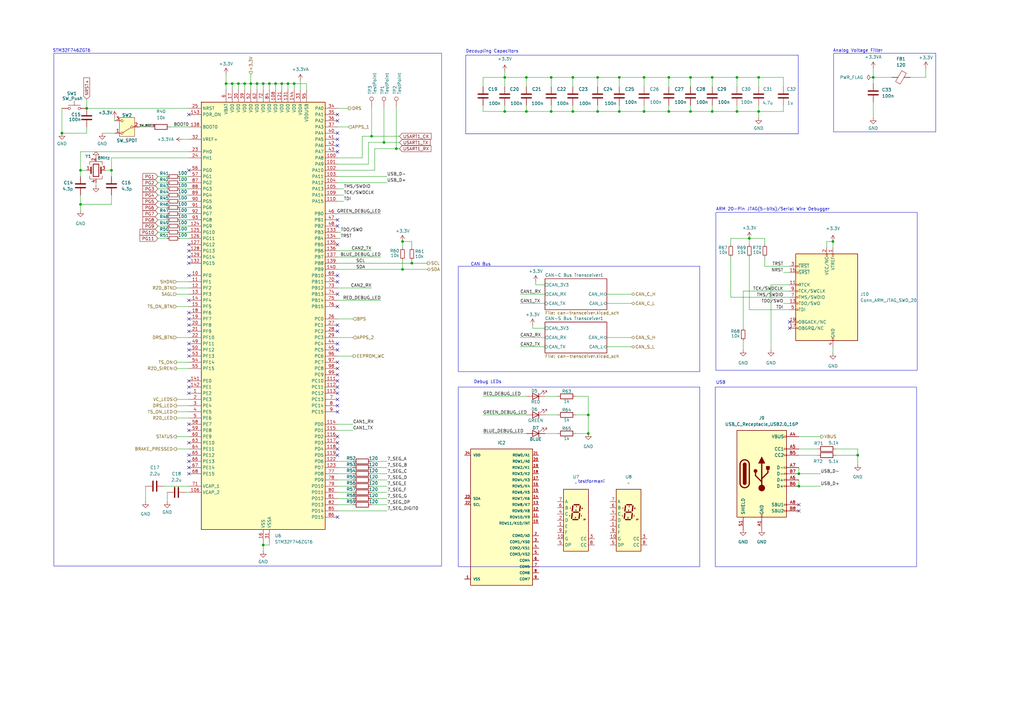
<source format=kicad_sch>
(kicad_sch (version 20250114) (generator "eeschema") (generator_version "9.0")
  (paper "A3")
  (title_block (title "VCU") (date "2023-11-28") (rev "1.3.0") (company "SUFST") (comment 1 "STAG X") (comment 2 "Richard Karlson"))
  (rectangle (start 22.098 21.844) (end 181.102 232.156))
  (rectangle (start 341.884 21.844) (end 383.794 54.102))
  (rectangle (start 293.624 87.122) (end 376.174 151.892))
  (rectangle (start 187.96 158.75) (end 287.02 232.41))
  (rectangle (start 191.008 22.606) (end 327.406 54.864))
  (rectangle (start 293.37 158.75) (end 375.92 232.41))
  (text "Analog Voltage Filter" (at 341.63 21.59 0) (effects (font (size 1.27 1.27)) (justify left bottom)))
  (text "Debug LEDs" (at 194.31 157.48 0) (effects (font (size 1.27 1.27)) (justify left bottom)))
  (text "Decoupling Capacitors" (at 191.008 21.844 0) (effects (font (size 1.27 1.27)) (justify left bottom)))
  (text "testformani" (at 242.57 197.612 0) (effects (font (size 1.27 1.27))))
  (text "USB" (at 293.624 157.734 0) (effects (font (size 1.27 1.27)) (justify left bottom)))
  (text "CAN Bus" (at 193.04 109.22 0) (effects (font (size 1.27 1.27)) (justify left bottom)))
  (text "ARM 20-Pin JTAG(5-bits)/Serial Wire Debugger" (at 293.624 86.614 0) (effects (font (size 1.27 1.27)) (justify left bottom)))
  (text "STM32F746ZGT6" (at 21.59 21.59 0) (effects (font (size 1.27 1.27)) (justify left bottom)))
  (junction (at 113.03 34.29))
  (junction (at 226.06 45.72))
  (junction (at 302.26 31.75))
  (junction (at 207.01 31.75))
  (junction (at 327.66 194.31))
  (junction (at 241.3 177.8))
  (junction (at 307.34 97.79))
  (junction (at 107.95 223.52))
  (junction (at 115.57 34.29))
  (junction (at 215.9 45.72))
  (junction (at 110.49 34.29))
  (junction (at 254 45.72))
  (junction (at 157.48 58.42))
  (junction (at 165.1 110.49))
  (junction (at 234.95 31.75))
  (junction (at 97.79 34.29))
  (junction (at 292.1 31.75))
  (junction (at 120.65 34.29))
  (junction (at 292.1 45.72))
  (junction (at 302.26 45.72))
  (junction (at 25.4 54.61))
  (junction (at 351.79 186.69))
  (junction (at 234.95 45.72))
  (junction (at 341.63 99.06))
  (junction (at 358.14 31.75))
  (junction (at 107.95 34.29))
  (junction (at 102.87 34.29))
  (junction (at 95.25 34.29))
  (junction (at 311.15 45.72))
  (junction (at 92.71 34.29))
  (junction (at 33.02 83.82))
  (junction (at 152.4 55.88))
  (junction (at 100.33 34.29))
  (junction (at 245.11 31.75))
  (junction (at 35.56 44.45))
  (junction (at 311.15 31.75))
  (junction (at 245.11 45.72))
  (junction (at 162.56 60.96))
  (junction (at 254 31.75))
  (junction (at 283.21 31.75))
  (junction (at 168.91 107.95))
  (junction (at 215.9 31.75))
  (junction (at 283.21 45.72))
  (junction (at 264.16 45.72))
  (junction (at 274.32 45.72))
  (junction (at 207.01 45.72))
  (junction (at 33.02 69.85))
  (junction (at 226.06 31.75))
  (junction (at 327.66 199.39))
  (junction (at 165.1 99.06))
  (junction (at 105.41 34.29))
  (junction (at 241.3 170.18))
  (junction (at 45.72 69.85))
  (junction (at 118.11 34.29))
  (junction (at 264.16 31.75))
  (junction (at 274.32 31.75))
  (no_connect (at 77.47 107.95))
  (no_connect (at 138.43 143.51))
  (no_connect (at 138.43 158.75))
  (no_connect (at 327.66 207.01))
  (no_connect (at 77.47 143.51))
  (no_connect (at 138.43 49.53))
  (no_connect (at 77.47 161.29))
  (no_connect (at 77.47 194.31))
  (no_connect (at 77.47 46.99))
  (no_connect (at 77.47 186.69))
  (no_connect (at 77.47 100.33))
  (no_connect (at 138.43 153.67))
  (no_connect (at 77.47 156.21))
  (no_connect (at 138.43 151.13))
  (no_connect (at 323.85 132.08))
  (no_connect (at 138.43 54.61))
  (no_connect (at 138.43 163.83))
  (no_connect (at 77.47 158.75))
  (no_connect (at 77.47 123.19))
  (no_connect (at 77.47 130.81))
  (no_connect (at 138.43 115.57))
  (no_connect (at 138.43 135.89))
  (no_connect (at 138.43 46.99))
  (no_connect (at 138.43 125.73))
  (no_connect (at 138.43 184.15))
  (no_connect (at 138.43 166.37))
  (no_connect (at 77.47 105.41))
  (no_connect (at 138.43 100.33))
  (no_connect (at 77.47 140.97))
  (no_connect (at 138.43 140.97))
  (no_connect (at 77.47 191.77))
  (no_connect (at 77.47 146.05))
  (no_connect (at 138.43 148.59))
  (no_connect (at 138.43 156.21))
  (no_connect (at 138.43 186.69))
  (no_connect (at 138.43 120.65))
  (no_connect (at 138.43 168.91))
  (no_connect (at 77.47 128.27))
  (no_connect (at 138.43 179.07))
  (no_connect (at 77.47 113.03))
  (no_connect (at 138.43 62.23))
  (no_connect (at 138.43 57.15))
  (no_connect (at 77.47 102.87))
  (no_connect (at 138.43 113.03))
  (no_connect (at 138.43 92.71))
  (no_connect (at 77.47 189.23))
  (no_connect (at 138.43 161.29))
  (no_connect (at 327.66 209.55))
  (no_connect (at 77.47 133.35))
  (no_connect (at 138.43 181.61))
  (no_connect (at 77.47 173.99))
  (no_connect (at 77.47 135.89))
  (no_connect (at 323.85 134.62))
  (no_connect (at 138.43 59.69))
  (no_connect (at 77.47 69.85))
  (no_connect (at 138.43 212.09))
  (no_connect (at 77.47 176.53))
  (no_connect (at 138.43 133.35))
  (no_connect (at 77.47 181.61))
  (no_connect (at 138.43 90.17))
  (wire (pts (xy 73.66 80.01) (xy 77.47 80.01)))
  (wire (pts (xy 302.26 35.56) (xy 302.26 31.75)))
  (wire (pts (xy 254 35.56) (xy 254 31.75)))
  (wire (pts (xy 311.15 43.18) (xy 311.15 45.72)))
  (wire (pts (xy 92.71 34.29) (xy 95.25 34.29)))
  (wire (pts (xy 138.43 102.87) (xy 152.4 102.87)))
  (wire (pts (xy 118.11 36.83) (xy 118.11 34.29)))
  (wire (pts (xy 283.21 45.72) (xy 274.32 45.72)))
  (wire (pts (xy 33.02 83.82) (xy 45.72 83.82)))
  (wire (pts (xy 283.21 43.18) (xy 283.21 45.72)))
  (wire (pts (xy 213.36 120.65) (xy 223.52 120.65)))
  (wire (pts (xy 72.39 184.15) (xy 77.47 184.15)))
  (wire (pts (xy 73.66 87.63) (xy 77.47 87.63)))
  (wire (pts (xy 248.92 138.43) (xy 259.08 138.43)))
  (wire (pts (xy 39.37 76.2) (xy 39.37 74.93)))
  (wire (pts (xy 95.25 34.29) (xy 95.25 36.83)))
  (wire (pts (xy 41.91 54.61) (xy 46.99 54.61)))
  (wire (pts (xy 213.36 124.46) (xy 223.52 124.46)))
  (wire (pts (xy 138.43 110.49) (xy 165.1 110.49)))
  (wire (pts (xy 264.16 43.18) (xy 264.16 45.72)))
  (polyline (pts (xy 187.96 109.22) (xy 287.02 109.22)))
  (wire (pts (xy 245.11 35.56) (xy 245.11 31.75)))
  (wire (pts (xy 339.09 99.06) (xy 341.63 99.06)))
  (wire (pts (xy 327.66 196.85) (xy 327.66 199.39)))
  (wire (pts (xy 64.77 74.93) (xy 68.58 74.93)))
  (wire (pts (xy 327.66 199.39) (xy 336.55 199.39)))
  (wire (pts (xy 302.26 31.75) (xy 292.1 31.75)))
  (wire (pts (xy 110.49 34.29) (xy 107.95 34.29)))
  (wire (pts (xy 120.65 34.29) (xy 118.11 34.29)))
  (wire (pts (xy 207.01 43.18) (xy 207.01 45.72)))
  (wire (pts (xy 299.72 105.41) (xy 299.72 121.92)))
  (wire (pts (xy 72.39 168.91) (xy 77.47 168.91)))
  (wire (pts (xy 226.06 35.56) (xy 226.06 31.75)))
  (wire (pts (xy 69.85 52.07) (xy 77.47 52.07)))
  (wire (pts (xy 241.3 162.56) (xy 241.3 170.18)))
  (wire (pts (xy 138.43 189.23) (xy 144.78 189.23)))
  (wire (pts (xy 373.38 31.75) (xy 379.73 31.75)))
  (wire (pts (xy 218.44 133.35) (xy 218.44 134.62)))
  (wire (pts (xy 97.79 34.29) (xy 95.25 34.29)))
  (wire (pts (xy 105.41 36.83) (xy 105.41 34.29)))
  (wire (pts (xy 264.16 31.75) (xy 264.16 35.56)))
  (wire (pts (xy 236.22 162.56) (xy 241.3 162.56)))
  (wire (pts (xy 223.52 177.8) (xy 228.6 177.8)))
  (wire (pts (xy 358.14 31.75) (xy 358.14 34.29)))
  (wire (pts (xy 157.48 43.815) (xy 157.48 58.42)))
  (wire (pts (xy 302.26 31.75) (xy 311.15 31.75)))
  (wire (pts (xy 323.85 121.92) (xy 299.72 121.92)))
  (wire (pts (xy 236.22 177.8) (xy 241.3 177.8)))
  (wire (pts (xy 33.02 69.85) (xy 35.56 69.85)))
  (wire (pts (xy 254 43.18) (xy 254 45.72)))
  (wire (pts (xy 138.43 199.39) (xy 144.78 199.39)))
  (wire (pts (xy 64.77 77.47) (xy 68.58 77.47)))
  (wire (pts (xy 92.71 30.48) (xy 92.71 34.29)))
  (wire (pts (xy 165.1 99.06) (xy 168.91 99.06)))
  (wire (pts (xy 64.77 97.79) (xy 68.58 97.79)))
  (wire (pts (xy 321.31 111.76) (xy 323.85 111.76)))
  (wire (pts (xy 152.4 204.47) (xy 158.75 204.47)))
  (wire (pts (xy 138.43 194.31) (xy 144.78 194.31)))
  (wire (pts (xy 168.91 101.6) (xy 168.91 99.06)))
  (wire (pts (xy 45.72 64.77) (xy 45.72 69.85)))
  (wire (pts (xy 97.79 36.83) (xy 97.79 34.29)))
  (wire (pts (xy 138.43 173.99) (xy 144.78 173.99)))
  (wire (pts (xy 341.63 142.24) (xy 341.63 144.78)))
  (wire (pts (xy 152.4 207.01) (xy 158.75 207.01)))
  (wire (pts (xy 138.43 74.93) (xy 158.75 74.93)))
  (wire (pts (xy 74.93 57.15) (xy 77.47 57.15)))
  (wire (pts (xy 223.52 162.56) (xy 228.6 162.56)))
  (wire (pts (xy 148.59 55.88) (xy 152.4 55.88)))
  (wire (pts (xy 302.26 43.18) (xy 302.26 45.72)))
  (wire (pts (xy 152.4 43.815) (xy 152.4 55.88)))
  (wire (pts (xy 311.15 45.72) (xy 302.26 45.72)))
  (wire (pts (xy 73.66 90.17) (xy 77.47 90.17)))
  (wire (pts (xy 264.16 31.75) (xy 254 31.75)))
  (wire (pts (xy 223.52 116.84) (xy 219.71 116.84)))
  (wire (pts (xy 64.77 80.01) (xy 68.58 80.01)))
  (wire (pts (xy 64.77 85.09) (xy 68.58 85.09)))
  (wire (pts (xy 115.57 34.29) (xy 113.03 34.29)))
  (wire (pts (xy 327.66 184.15) (xy 335.28 184.15)))
  (wire (pts (xy 25.4 44.45) (xy 25.4 54.61)))
  (wire (pts (xy 35.56 52.07) (xy 35.56 54.61)))
  (wire (pts (xy 321.31 35.56) (xy 321.31 31.75)))
  (wire (pts (xy 73.66 74.93) (xy 77.47 74.93)))
  (wire (pts (xy 299.72 100.33) (xy 299.72 97.79)))
  (wire (pts (xy 274.32 31.75) (xy 283.21 31.75)))
  (wire (pts (xy 156.21 105.41) (xy 138.43 105.41)))
  (wire (pts (xy 72.39 120.65) (xy 77.47 120.65)))
  (wire (pts (xy 100.33 36.83) (xy 100.33 34.29)))
  (wire (pts (xy 64.77 87.63) (xy 68.58 87.63)))
  (wire (pts (xy 223.52 170.18) (xy 228.6 170.18)))
  (wire (pts (xy 68.58 201.93) (xy 68.58 205.74)))
  (wire (pts (xy 73.66 97.79) (xy 77.47 97.79)))
  (wire (pts (xy 102.87 34.29) (xy 102.87 36.83)))
  (wire (pts (xy 156.21 123.19) (xy 138.43 123.19)))
  (wire (pts (xy 138.43 77.47) (xy 140.97 77.47)))
  (wire (pts (xy 138.43 97.79) (xy 139.7 97.79)))
  (wire (pts (xy 321.31 31.75) (xy 311.15 31.75)))
  (wire (pts (xy 64.77 72.39) (xy 68.58 72.39)))
  (wire (pts (xy 72.39 166.37) (xy 77.47 166.37)))
  (wire (pts (xy 102.87 30.48) (xy 102.87 34.29)))
  (wire (pts (xy 102.87 34.29) (xy 100.33 34.29)))
  (wire (pts (xy 35.56 44.45) (xy 77.47 44.45)))
  (wire (pts (xy 274.32 43.18) (xy 274.32 45.72)))
  (wire (pts (xy 64.77 82.55) (xy 68.58 82.55)))
  (wire (pts (xy 72.39 125.73) (xy 77.47 125.73)))
  (wire (pts (xy 342.9 186.69) (xy 351.79 186.69)))
  (wire (pts (xy 313.69 105.41) (xy 313.69 109.22)))
  (wire (pts (xy 67.31 199.39) (xy 77.47 199.39)))
  (wire (pts (xy 64.77 92.71) (xy 68.58 92.71)))
  (wire (pts (xy 33.02 62.23) (xy 33.02 69.85)))
  (wire (pts (xy 226.06 31.75) (xy 215.9 31.75)))
  (wire (pts (xy 283.21 31.75) (xy 292.1 31.75)))
  (wire (pts (xy 107.95 36.83) (xy 107.95 34.29)))
  (wire (pts (xy 152.4 194.31) (xy 158.75 194.31)))
  (wire (pts (xy 292.1 35.56) (xy 292.1 31.75)))
  (wire (pts (xy 358.14 27.94) (xy 358.14 31.75)))
  (wire (pts (xy 207.01 29.21) (xy 207.01 31.75)))
  (wire (pts (xy 92.71 36.83) (xy 92.71 34.29)))
  (wire (pts (xy 311.15 35.56) (xy 311.15 31.75)))
  (wire (pts (xy 151.13 58.42) (xy 151.13 67.31)))
  (wire (pts (xy 241.3 170.18) (xy 241.3 177.8)))
  (wire (pts (xy 138.43 176.53) (xy 144.78 176.53)))
  (wire (pts (xy 107.95 222.25) (xy 107.95 223.52)))
  (wire (pts (xy 110.49 223.52) (xy 107.95 223.52)))
  (wire (pts (xy 125.73 34.29) (xy 120.65 34.29)))
  (wire (pts (xy 274.32 31.75) (xy 264.16 31.75)))
  (wire (pts (xy 152.4 189.23) (xy 158.75 189.23)))
  (wire (pts (xy 72.39 118.11) (xy 77.47 118.11)))
  (wire (pts (xy 72.39 179.07) (xy 77.47 179.07)))
  (wire (pts (xy 323.85 116.84) (xy 316.23 116.84)))
  (wire (pts (xy 43.18 69.85) (xy 45.72 69.85)))
  (wire (pts (xy 138.43 201.93) (xy 144.78 201.93)))
  (wire (pts (xy 72.39 115.57) (xy 77.47 115.57)))
  (wire (pts (xy 342.9 184.15) (xy 351.79 184.15)))
  (wire (pts (xy 292.1 43.18) (xy 292.1 45.72)))
  (wire (pts (xy 234.95 31.75) (xy 226.06 31.75)))
  (wire (pts (xy 110.49 36.83) (xy 110.49 34.29)))
  (wire (pts (xy 283.21 35.56) (xy 283.21 31.75)))
  (wire (pts (xy 138.43 207.01) (xy 144.78 207.01)))
  (wire (pts (xy 105.41 34.29) (xy 102.87 34.29)))
  (wire (pts (xy 125.73 36.83) (xy 125.73 34.29)))
  (wire (pts (xy 72.39 151.13) (xy 77.47 151.13)))
  (wire (pts (xy 274.32 35.56) (xy 274.32 31.75)))
  (wire (pts (xy 152.4 199.39) (xy 158.75 199.39)))
  (polyline (pts (xy 187.96 152.4) (xy 187.96 109.22)))
  (wire (pts (xy 234.95 35.56) (xy 234.95 31.75)))
  (wire (pts (xy 72.39 148.59) (xy 77.47 148.59)))
  (wire (pts (xy 72.39 171.45) (xy 77.47 171.45)))
  (wire (pts (xy 118.11 34.29) (xy 115.57 34.29)))
  (wire (pts (xy 245.11 43.18) (xy 245.11 45.72)))
  (wire (pts (xy 64.77 90.17) (xy 68.58 90.17)))
  (wire (pts (xy 59.69 199.39) (xy 59.69 205.74)))
  (wire (pts (xy 379.73 27.94) (xy 379.73 31.75)))
  (wire (pts (xy 321.31 45.72) (xy 311.15 45.72)))
  (wire (pts (xy 264.16 45.72) (xy 254 45.72)))
  (wire (pts (xy 73.66 82.55) (xy 77.47 82.55)))
  (wire (pts (xy 341.63 99.06) (xy 341.63 101.6)))
  (wire (pts (xy 226.06 45.72) (xy 215.9 45.72)))
  (wire (pts (xy 207.01 45.72) (xy 215.9 45.72)))
  (wire (pts (xy 321.31 124.46) (xy 323.85 124.46)))
  (wire (pts (xy 245.11 31.75) (xy 254 31.75)))
  (wire (pts (xy 138.43 82.55) (xy 140.97 82.55)))
  (wire (pts (xy 64.77 95.25) (xy 68.58 95.25)))
  (wire (pts (xy 73.66 72.39) (xy 77.47 72.39)))
  (wire (pts (xy 321.31 43.18) (xy 321.31 45.72)))
  (wire (pts (xy 35.56 40.64) (xy 35.56 44.45)))
  (wire (pts (xy 168.91 106.68) (xy 168.91 107.95)))
  (wire (pts (xy 138.43 80.01) (xy 140.97 80.01)))
  (wire (pts (xy 107.95 223.52) (xy 107.95 226.06)))
  (wire (pts (xy 236.22 170.18) (xy 241.3 170.18)))
  (wire (pts (xy 207.01 35.56) (xy 207.01 31.75)))
  (wire (pts (xy 138.43 138.43) (xy 144.78 138.43)))
  (wire (pts (xy 73.66 77.47) (xy 77.47 77.47)))
  (wire (pts (xy 207.01 31.75) (xy 215.9 31.75)))
  (wire (pts (xy 73.66 85.09) (xy 77.47 85.09)))
  (wire (pts (xy 245.11 31.75) (xy 234.95 31.75)))
  (wire (pts (xy 45.72 64.77) (xy 77.47 64.77)))
  (wire (pts (xy 138.43 95.25) (xy 139.7 95.25)))
  (wire (pts (xy 138.43 204.47) (xy 144.78 204.47)))
  (wire (pts (xy 198.12 162.56) (xy 215.9 162.56)))
  (wire (pts (xy 304.8 139.7) (xy 304.8 143.51)))
  (wire (pts (xy 107.95 34.29) (xy 105.41 34.29)))
  (wire (pts (xy 335.28 186.69) (xy 327.66 186.69)))
  (wire (pts (xy 123.19 33.02) (xy 123.19 36.83)))
  (wire (pts (xy 151.13 67.31) (xy 138.43 67.31)))
  (wire (pts (xy 254 45.72) (xy 245.11 45.72)))
  (wire (pts (xy 313.69 97.79) (xy 307.34 97.79)))
  (wire (pts (xy 138.43 52.07) (xy 142.875 52.07)))
  (wire (pts (xy 162.56 60.96) (xy 163.83 60.96)))
  (wire (pts (xy 165.1 106.68) (xy 165.1 110.49)))
  (wire (pts (xy 100.33 34.29) (xy 97.79 34.29)))
  (wire (pts (xy 327.66 194.31) (xy 336.55 194.31)))
  (wire (pts (xy 138.43 118.11) (xy 152.4 118.11)))
  (wire (pts (xy 115.57 36.83) (xy 115.57 34.29)))
  (wire (pts (xy 113.03 36.83) (xy 113.03 34.29)))
  (wire (pts (xy 113.03 34.29) (xy 110.49 34.29)))
  (wire (pts (xy 138.43 44.45) (xy 142.875 44.45)))
  (wire (pts (xy 73.66 92.71) (xy 77.47 92.71)))
  (wire (pts (xy 311.15 45.72) (xy 311.15 48.26)))
  (wire (pts (xy 215.9 43.18) (xy 215.9 45.72)))
  (wire (pts (xy 33.02 83.82) (xy 33.02 86.36)))
  (polyline (pts (xy 287.02 109.22) (xy 287.02 152.4)))
  (wire (pts (xy 198.12 43.18) (xy 198.12 45.72)))
  (wire (pts (xy 307.34 127) (xy 323.85 127)))
  (wire (pts (xy 162.56 43.815) (xy 162.56 60.96)))
  (wire (pts (xy 76.2 201.93) (xy 77.47 201.93)))
  (wire (pts (xy 157.48 58.42) (xy 163.83 58.42)))
  (wire (pts (xy 138.43 146.05) (xy 144.78 146.05)))
  (wire (pts (xy 33.02 69.85) (xy 33.02 72.39)))
  (wire (pts (xy 46.99 48.26) (xy 46.99 49.53)))
  (wire (pts (xy 351.79 186.69) (xy 351.79 190.5)))
  (wire (pts (xy 72.39 138.43) (xy 77.47 138.43)))
  (wire (pts (xy 307.34 97.79) (xy 307.34 100.33)))
  (wire (pts (xy 45.72 83.82) (xy 45.72 80.01)))
  (wire (pts (xy 138.43 87.63) (xy 156.21 87.63)))
  (wire (pts (xy 213.36 142.24) (xy 223.52 142.24)))
  (wire (pts (xy 138.43 64.77) (xy 148.59 64.77)))
  (wire (pts (xy 153.67 60.96) (xy 153.67 69.85)))
  (wire (pts (xy 138.43 72.39) (xy 158.75 72.39)))
  (wire (pts (xy 198.12 31.75) (xy 207.01 31.75)))
  (wire (pts (xy 138.43 107.95) (xy 168.91 107.95)))
  (wire (pts (xy 299.72 97.79) (xy 307.34 97.79)))
  (wire (pts (xy 158.75 209.55) (xy 138.43 209.55)))
  (wire (pts (xy 57.15 52.07) (xy 62.23 52.07)))
  (wire (pts (xy 198.12 177.8) (xy 215.9 177.8)))
  (wire (pts (xy 226.06 43.18) (xy 226.06 45.72)))
  (wire (pts (xy 316.23 116.84) (xy 316.23 143.51)))
  (wire (pts (xy 327.66 179.07) (xy 336.55 179.07)))
  (wire (pts (xy 25.4 54.61) (xy 35.56 54.61)))
  (wire (pts (xy 234.95 45.72) (xy 226.06 45.72)))
  (wire (pts (xy 248.92 142.24) (xy 259.08 142.24)))
  (wire (pts (xy 274.32 45.72) (xy 264.16 45.72)))
  (wire (pts (xy 73.66 95.25) (xy 77.47 95.25)))
  (wire (pts (xy 45.72 69.85) (xy 45.72 72.39)))
  (wire (pts (xy 152.4 55.88) (xy 163.83 55.88)))
  (wire (pts (xy 323.85 119.38) (xy 304.8 119.38)))
  (wire (pts (xy 138.43 191.77) (xy 144.78 191.77)))
  (wire (pts (xy 198.12 35.56) (xy 198.12 31.75)))
  (wire (pts (xy 138.43 130.81) (xy 144.78 130.81)))
  (wire (pts (xy 152.4 201.93) (xy 158.75 201.93)))
  (wire (pts (xy 198.12 45.72) (xy 207.01 45.72)))
  (wire (pts (xy 152.4 196.85) (xy 158.75 196.85)))
  (wire (pts (xy 358.14 31.75) (xy 365.76 31.75)))
  (wire (pts (xy 358.14 41.91) (xy 358.14 48.26)))
  (wire (pts (xy 151.13 58.42) (xy 157.48 58.42)))
  (wire (pts (xy 313.69 109.22) (xy 323.85 109.22)))
  (polyline (pts (xy 287.02 152.4) (xy 187.96 152.4)))
  (wire (pts (xy 165.1 101.6) (xy 165.1 99.06)))
  (wire (pts (xy 33.02 62.23) (xy 77.47 62.23)))
  (wire (pts (xy 148.59 64.77) (xy 148.59 55.88)))
  (wire (pts (xy 213.36 138.43) (xy 223.52 138.43)))
  (wire (pts (xy 215.9 31.75) (xy 215.9 35.56)))
  (wire (pts (xy 153.67 60.96) (xy 162.56 60.96)))
  (wire (pts (xy 110.49 222.25) (xy 110.49 223.52)))
  (wire (pts (xy 304.8 119.38) (xy 304.8 134.62)))
  (wire (pts (xy 292.1 45.72) (xy 283.21 45.72)))
  (wire (pts (xy 72.39 163.83) (xy 77.47 163.83)))
  (wire (pts (xy 302.26 45.72) (xy 292.1 45.72)))
  (wire (pts (xy 198.12 170.18) (xy 215.9 170.18)))
  (wire (pts (xy 234.95 43.18) (xy 234.95 45.72)))
  (wire (pts (xy 165.1 110.49) (xy 175.26 110.49)))
  (wire (pts (xy 168.91 107.95) (xy 175.26 107.95)))
  (wire (pts (xy 313.69 100.33) (xy 313.69 97.79)))
  (wire (pts (xy 327.66 191.77) (xy 327.66 194.31)))
  (wire (pts (xy 248.92 124.46) (xy 259.08 124.46)))
  (wire (pts (xy 138.43 196.85) (xy 144.78 196.85)))
  (wire (pts (xy 152.4 191.77) (xy 158.75 191.77)))
  (wire (pts (xy 248.92 120.65) (xy 259.08 120.65)))
  (wire (pts (xy 153.67 69.85) (xy 138.43 69.85)))
  (wire (pts (xy 219.71 115.57) (xy 219.71 116.84)))
  (wire (pts (xy 120.65 36.83) (xy 120.65 34.29)))
  (wire (pts (xy 33.02 80.01) (xy 33.02 83.82)))
  (wire (pts (xy 307.34 105.41) (xy 307.34 127)))
  (wire (pts (xy 223.52 134.62) (xy 218.44 134.62)))
  (wire (pts (xy 339.09 101.6) (xy 339.09 99.06)))
  (wire (pts (xy 351.79 184.15) (xy 351.79 186.69)))
  (wire (pts (xy 245.11 45.72) (xy 234.95 45.72)))
  (label "7_SEG_C" (at 158.75 194.31 0))
  (label "7_SEG_G" (at 158.75 204.47 0))
  (label "7_SEG_DP" (at 158.75 207.01 0))
  (label "TCK{slash}SWDCLK" (at 140.97 80.01 0))
  (label "CAN1_TX" (at 144.78 176.53 0))
  (label "GREEN_DEBUG_LED" (at 198.12 170.18 0))
  (label "NRST" (at 321.31 111.76 180))
  (label "7_SEG_F" (at 158.75 201.93 0))
  (label "TRST" (at 321.31 109.22 180))
  (label "7_SEG_DIGIT0" (at 158.75 209.55 0))
  (label "CAN2_TX" (at 213.36 142.24 0))
  (label "7_SEG_B" (at 158.75 191.77 0))
  (label "TDO{slash}SWO" (at 139.7 95.25 0))
  (label "TDO{slash}SWO" (at 321.31 124.46 180))
  (label "CAN2_TX" (at 152.4 102.87 180))
  (label "USB_D-" (at 158.75 72.39 0))
  (label "TCK{slash}SWDCLK" (at 321.31 119.38 180))
  (label "CAN2_RX" (at 152.4 118.11 180))
  (label "CAN1_RX" (at 144.78 173.99 0))
  (label "CAN2_RX" (at 213.36 138.43 0))
  (label "RED_DEBUG_LED" (at 156.21 123.19 180))
  (label "TMS{slash}SWDIO" (at 140.97 77.47 0))
  (label "CAN1_RX" (at 213.36 120.65 0))
  (label "GREEN_DEBUG_LED" (at 156.21 87.63 180))
  (label "TMS{slash}SWDIO" (at 321.31 121.92 180))
  (label "USB_D+" (at 158.75 74.93 0))
  (label "USB_D-" (at 336.55 194.31 0))
  (label "TDI" (at 140.97 82.55 0))
  (label "TDI" (at 321.31 127 180))
  (label "BOOT0" (at 77.47 52.07 180))
  (label "BLUE_DEBUG_LED" (at 198.12 177.8 0))
  (label "7_SEG_D" (at 158.75 196.85 0))
  (label "7_SEG_A" (at 158.75 189.23 0))
  (label "TRST" (at 139.7 97.79 0))
  (label "SCL" (at 146.05 107.95 0))
  (label "USB_D+" (at 336.55 199.39 0))
  (label "7_SEG_E" (at 158.75 199.39 0))
  (label "RED_DEBUG_LED" (at 198.12 162.56 0))
  (label "BLUE_DEBUG_LED" (at 156.21 105.41 180))
  (label "SW_BOOT0" (at 57.15 52.07 0) (effects (font (size 0.8 0.8))))
  (label "SDA" (at 146.05 110.49 0))
  (label "CAN1_TX" (at 213.36 124.46 0))
  (global_label "PG6" (shape input) (at 64.77 85.09 180) (property "Intersheetrefs" "${INTERSHEET_REFS}" (effects (hide yes))))
  (global_label "USART1_TX" (shape input) (at 163.83 58.42 0) (property "Intersheetrefs" "${INTERSHEET_REFS}" (effects (hide yes))))
  (global_label "PG5" (shape input) (at 64.77 82.55 180) (property "Intersheetrefs" "${INTERSHEET_REFS}" (effects (hide yes))))
  (global_label "PG10" (shape input) (at 64.77 95.25 180) (property "Intersheetrefs" "${INTERSHEET_REFS}" (effects (hide yes))))
  (global_label "PG2" (shape input) (at 64.77 74.93 180) (property "Intersheetrefs" "${INTERSHEET_REFS}" (effects (hide yes))))
  (global_label "PG1" (shape input) (at 64.77 72.39 180) (property "Intersheetrefs" "${INTERSHEET_REFS}" (effects (hide yes))))
  (global_label "PG4" (shape input) (at 64.77 80.01 180) (property "Intersheetrefs" "${INTERSHEET_REFS}" (effects (hide yes))))
  (global_label "PG9" (shape input) (at 64.77 92.71 180) (property "Intersheetrefs" "${INTERSHEET_REFS}" (effects (hide yes))))
  (global_label "NRST+" (shape input) (at 35.56 40.64 90) (property "Intersheetrefs" "${INTERSHEET_REFS}" (effects (hide yes))))
  (global_label "USART1_RX" (shape input) (at 163.83 60.96 0) (property "Intersheetrefs" "${INTERSHEET_REFS}" (effects (hide yes))))
  (global_label "PG3" (shape input) (at 64.77 77.47 180) (property "Intersheetrefs" "${INTERSHEET_REFS}" (effects (hide yes))))
  (global_label "PG8" (shape input) (at 64.77 90.17 180) (property "Intersheetrefs" "${INTERSHEET_REFS}" (effects (hide yes))))
  (global_label "USART1_CK" (shape input) (at 163.83 55.88 0) (property "Intersheetrefs" "${INTERSHEET_REFS}" (effects (hide yes))))
  (global_label "PG7" (shape input) (at 64.77 87.63 180) (property "Intersheetrefs" "${INTERSHEET_REFS}" (effects (hide yes))))
  (global_label "PG11" (shape input) (at 64.77 97.79 180) (property "Intersheetrefs" "${INTERSHEET_REFS}" (effects (hide yes))))
  (hierarchical_label "SHDN" (shape input) (at 72.39 115.57 180))
  (hierarchical_label "SDA" (shape bidirectional) (at 175.26 110.49 0))
  (hierarchical_label "DRS_BTN" (shape input) (at 72.39 138.43 180))
  (hierarchical_label "EEPROM_WC" (shape output) (at 144.78 146.05 0))
  (hierarchical_label "DRS" (shape output) (at 142.875 44.45 0))
  (hierarchical_label "TS_ON_LED" (shape output) (at 72.39 168.91 180))
  (hierarchical_label "SCL" (shape output) (at 175.26 107.95 0))
  (hierarchical_label "VC_LEDS" (shape output) (at 72.39 163.83 180))
  (hierarchical_label "APPS_2" (shape input) (at 144.78 138.43 0))
  (hierarchical_label "R2D_LED" (shape output) (at 72.39 171.45 180))
  (hierarchical_label "VBUS" (shape output) (at 336.55 179.07 0))
  (hierarchical_label "TS_ON" (shape output) (at 72.39 148.59 180))
  (hierarchical_label "+3.3V" (shape input) (at 102.87 30.48 90))
  (hierarchical_label "SAGL" (shape input) (at 72.39 120.65 180))
  (hierarchical_label "DRS_LED" (shape output) (at 72.39 166.37 180))
  (hierarchical_label "CAN_C_L" (shape tri_state) (at 259.08 124.46 0))
  (hierarchical_label "STATUS" (shape output) (at 72.39 179.07 180))
  (hierarchical_label "TS_ON_BTN" (shape input) (at 72.39 125.73 180))
  (hierarchical_label "CAN_S_L" (shape tri_state) (at 259.08 142.24 0))
  (hierarchical_label "CAN_S_H" (shape tri_state) (at 259.08 138.43 0))
  (hierarchical_label "R2D_SIREN" (shape output) (at 72.39 151.13 180))
  (hierarchical_label "CAN_C_H" (shape tri_state) (at 259.08 120.65 0))
  (hierarchical_label "APPS_1" (shape input) (at 142.875 52.07 0))
  (hierarchical_label "R2D_BTN" (shape input) (at 72.39 118.11 180))
  (hierarchical_label "BPS" (shape input) (at 144.78 130.81 0))
  (hierarchical_label "BRAKE_PRESSED" (shape output) (at 72.39 184.15 180))
  (symbol (lib_id "SUFST:Generic_7_segment") (at 257.81 217.17 0) (unit 1)
    (property "Reference" "U8" (at 257.81 195.58 0))
    (property "Value" "~" (at 257.81 198.12 0))
    (property "Footprint" "SUFST:LDSC303RI" (effects (hide yes)))
  )
  (symbol (lib_name "GND_1") (lib_id "power:GND") (at 312.42 217.17 0) (unit 1)
    (property "Reference" "#PWR074" (effects (hide yes)))
    (property "Value" "GND" (at 312.42 222.25 0))
    (property "Description" "Power symbol creates a global label with name \"GND\" , ground" (effects (hide yes)))
  )
  (symbol (lib_id "Device:R_Small") (at 71.12 97.79 90) (unit 1)
    (property "Reference" "R51" (at 69.342 96.52 90) (effects (justify left)))
    (property "Value" "100" (at 76.835 96.393 90) (effects (justify left)))
    (property "Footprint" "Resistor_SMD:R_0805_2012Metric_Pad1.20x1.40mm_HandSolder" (effects (hide yes)))
    (property "Optional" "True" (effects (hide yes)))
    (property "Supplier" "Mouser" (effects (hide yes)))
  )
  (symbol (lib_id "power:+3.3V") (at 46.99 48.26 0) (unit 1)
    (property "Reference" "#PWR056" (effects (hide yes)))
    (property "Value" "+3.3V" (at 43.18 46.228 0))
  )
  (symbol (lib_id "Device:R_Small") (at 71.12 80.01 90) (unit 1)
    (property "Reference" "R44" (at 69.342 78.74 90) (effects (justify left)))
    (property "Value" "100" (at 76.835 78.613 90) (effects (justify left)))
    (property "Footprint" "Resistor_SMD:R_0805_2012Metric_Pad1.20x1.40mm_HandSolder" (effects (hide yes)))
    (property "Optional" "True" (effects (hide yes)))
    (property "Supplier" "Mouser" (effects (hide yes)))
  )
  (symbol (lib_id "Device:R") (at 232.41 162.56 90) (unit 1)
    (property "Reference" "R63" (at 232.41 160.528 90))
    (property "Value" "1k" (at 232.41 164.592 90))
    (property "Description" "Resistor" (effects (hide yes)))
  )
  (symbol (lib_id "Device:C") (at 245.11 39.37 0) (unit 1)
    (property "Reference" "C24" (at 247.396 36.576 0) (effects (justify left)))
    (property "Value" "100n" (at 247.904 42.418 0) (effects (justify left)))
    (property "Footprint" "Capacitor_SMD:C_0805_2012Metric_Pad1.18x1.45mm_HandSolder" (effects (hide yes)))
  )
  (symbol (lib_id "SUFST:Generic_7_segment") (at 236.22 217.17 0) (unit 1)
    (property "Reference" "U7" (at 236.22 195.58 0))
    (property "Value" "~" (at 236.22 198.12 0))
    (property "Footprint" "SUFST:LDSC303RI" (effects (hide yes)))
  )
  (symbol (lib_id "Device:Crystal_GND24") (at 39.37 69.85 0) (unit 1)
    (property "Reference" "Y1" (at 36.195 64.135 0))
    (property "Value" "8MHz" (at 42.545 64.77 0))
    (property "Footprint" "Crystal:Crystal_SMD_3225-4Pin_3.2x2.5mm_HandSoldering" (effects (hide yes)))
    (property "Order Code" "815-FC3BAEBDI8.0-T1" (effects (hide yes)))
  )
  (symbol (lib_id "power:GND") (at 39.37 64.77 180) (unit 1)
    (property "Reference" "#PWR053" (effects (hide yes)))
    (property "Value" "GND" (effects (hide yes)))
  )
  (symbol (lib_id "Device:C") (at 358.14 38.1 0) (unit 1)
    (property "Reference" "C33" (at 361.696 36.83 0) (effects (justify left)))
    (property "Value" "100n" (at 361.696 39.37 0) (effects (justify left)))
    (property "Footprint" "Capacitor_SMD:C_0805_2012Metric_Pad1.18x1.45mm_HandSolder" (effects (hide yes)))
  )
  (symbol (lib_id "Device:C") (at 234.95 39.37 0) (unit 1)
    (property "Reference" "C23" (at 237.236 36.576 0) (effects (justify left)))
    (property "Value" "100n" (at 237.49 42.418 0) (effects (justify left)))
    (property "Footprint" "Capacitor_SMD:C_0805_2012Metric_Pad1.18x1.45mm_HandSolder" (effects (hide yes)))
  )
  (symbol (lib_id "Device:R_Small") (at 313.69 102.87 180) (unit 1)
    (property "Reference" "R70" (at 312.42 101.6 0) (effects (justify left)))
    (property "Value" "10k" (at 312.42 103.505 0) (effects (justify left)))
    (property "Footprint" "Resistor_SMD:R_0805_2012Metric_Pad1.20x1.40mm_HandSolder" (effects (hide yes)))
    (property "Optional" "True" (effects (hide yes)))
    (property "Supplier" "Mouser" (effects (hide yes)))
  )
  (symbol (lib_id "Device:C") (at 283.21 39.37 0) (unit 1)
    (property "Reference" "C28" (at 285.496 36.576 0) (effects (justify left)))
    (property "Value" "100n" (at 285.496 41.91 0) (effects (justify left)))
    (property "Footprint" "Capacitor_SMD:C_0805_2012Metric_Pad1.18x1.45mm_HandSolder" (effects (hide yes)))
  )
  (symbol (lib_id "Device:C") (at 72.39 201.93 90) (unit 1)
    (property "Reference" "C18" (at 72.39 194.31 90))
    (property "Value" "2.2u" (at 72.39 196.85 90))
    (property "Footprint" "Capacitor_SMD:C_0805_2012Metric_Pad1.18x1.45mm_HandSolder" (effects (hide yes)))
  )
  (symbol (lib_id "Device:R_Small") (at 71.12 72.39 90) (unit 1)
    (property "Reference" "R41" (at 69.342 71.12 90) (effects (justify left)))
    (property "Value" "100" (at 76.835 70.993 90) (effects (justify left)))
    (property "Footprint" "Resistor_SMD:R_0805_2012Metric_Pad1.20x1.40mm_HandSolder" (effects (hide yes)))
    (property "Optional" "True" (effects (hide yes)))
    (property "Supplier" "Mouser" (effects (hide yes)))
  )
  (symbol (lib_id "Device:C") (at 35.56 48.26 0) (unit 1)
    (property "Reference" "C15" (at 29.21 46.99 0) (effects (justify left)))
    (property "Value" "100n" (at 28.194 49.022 0) (effects (justify left)))
    (property "Footprint" "Capacitor_SMD:C_0805_2012Metric_Pad1.18x1.45mm_HandSolder" (effects (hide yes)))
  )
  (symbol (lib_id "Device:C") (at 311.15 39.37 0) (unit 1)
    (property "Reference" "C31" (at 312.928 36.576 0) (effects (justify left)))
    (property "Value" "4.7u" (at 312.674 42.164 0) (effects (justify left)))
    (property "Footprint" "Capacitor_SMD:C_0805_2012Metric_Pad1.18x1.45mm_HandSolder" (effects (hide yes)))
  )
  (symbol (lib_id "Device:R") (at 232.41 170.18 90) (unit 1)
    (property "Reference" "R64" (at 232.41 168.148 90))
    (property "Value" "1k" (at 232.41 172.212 90))
    (property "Description" "Resistor" (effects (hide yes)))
  )
  (symbol (lib_id "Switch:SW_Push") (at 30.48 44.45 0) (unit 1)
    (property "Reference" "SW1" (at 29.464 38.354 0))
    (property "Value" "SW_Push" (at 29.718 40.386 0))
    (property "Footprint" "Button_Switch_THT:SW_PUSH_6mm" (effects (hide yes)))
  )
  (symbol (lib_id "Device:C") (at 215.9 39.37 0) (unit 1)
    (property "Reference" "C21" (at 218.186 36.576 0) (effects (justify left)))
    (property "Value" "100n" (at 217.932 42.418 0) (effects (justify left)))
    (property "Footprint" "Capacitor_SMD:C_0805_2012Metric_Pad1.18x1.45mm_HandSolder" (effects (hide yes)))
  )
  (symbol (lib_id "Device:C") (at 274.32 39.37 0) (unit 1)
    (property "Reference" "C27" (at 276.606 36.576 0) (effects (justify left)))
    (property "Value" "100n" (at 276.606 41.91 0) (effects (justify left)))
    (property "Footprint" "Capacitor_SMD:C_0805_2012Metric_Pad1.18x1.45mm_HandSolder" (effects (hide yes)))
  )
  (symbol (lib_id "Device:R_Small") (at 71.12 87.63 90) (unit 1)
    (property "Reference" "R47" (at 69.342 86.36 90) (effects (justify left)))
    (property "Value" "100" (at 76.835 86.233 90) (effects (justify left)))
    (property "Footprint" "Resistor_SMD:R_0805_2012Metric_Pad1.20x1.40mm_HandSolder" (effects (hide yes)))
    (property "Optional" "True" (effects (hide yes)))
    (property "Supplier" "Mouser" (effects (hide yes)))
  )
  (symbol (lib_id "Connector:TestPoint") (at 157.48 43.815 0) (unit 1)
    (property "Reference" "TP1" (at 156.845 38.735 90) (effects (justify left)))
    (property "Value" "TestPoint" (at 158.75 38.735 90) (effects (justify left)))
    (property "Description" "test point" (effects (hide yes)))
  )
  (symbol (lib_id "Device:C") (at 264.16 39.37 0) (unit 1)
    (property "Reference" "C26" (at 266.446 36.576 0) (effects (justify left)))
    (property "Value" "100n" (at 266.446 41.91 0) (effects (justify left)))
    (property "Footprint" "Capacitor_SMD:C_0805_2012Metric_Pad1.18x1.45mm_HandSolder" (effects (hide yes)))
  )
  (symbol (lib_id "Device:R_Small") (at 71.12 74.93 90) (unit 1)
    (property "Reference" "R42" (at 69.342 73.66 90) (effects (justify left)))
    (property "Value" "100" (at 76.835 73.533 90) (effects (justify left)))
    (property "Footprint" "Resistor_SMD:R_0805_2012Metric_Pad1.20x1.40mm_HandSolder" (effects (hide yes)))
    (property "Optional" "True" (effects (hide yes)))
    (property "Supplier" "Mouser" (effects (hide yes)))
  )
  (symbol (lib_id "power:PWR_FLAG") (at 358.14 31.75 90) (unit 1)
    (property "Reference" "#FLG01" (effects (hide yes)))
    (property "Value" "PWR_FLAG" (at 354.076 31.75 90) (effects (justify left)))
  )
  (symbol (lib_id "power:+3.3V") (at 219.71 115.57 0) (unit 1)
    (property "Reference" "#PWR066" (effects (hide yes)))
    (property "Value" "+3.3V" (at 219.71 111.252 0))
  )
  (symbol (lib_id "power:GND") (at 41.91 54.61 0) (unit 1)
    (property "Reference" "#PWR055" (effects (hide yes)))
    (property "Value" "GND" (at 41.91 58.928 0))
  )
  (symbol (lib_id "Device:C") (at 254 39.37 0) (unit 1)
    (property "Reference" "C25" (at 256.286 36.576 0) (effects (justify left)))
    (property "Value" "100n" (at 256.286 41.91 0) (effects (justify left)))
    (property "Footprint" "Capacitor_SMD:C_0805_2012Metric_Pad1.18x1.45mm_HandSolder" (effects (hide yes)))
  )
  (symbol (lib_id "Device:C") (at 63.5 199.39 90) (unit 1)
    (property "Reference" "C17" (at 63.5 191.77 90))
    (property "Value" "2.2u" (at 63.5 194.31 90))
    (property "Footprint" "Capacitor_SMD:C_0805_2012Metric_Pad1.18x1.45mm_HandSolder" (effects (hide yes)))
  )
  (symbol (lib_id "Device:R_Small") (at 299.72 102.87 180) (unit 1)
    (property "Reference" "R67" (at 298.45 101.6 0) (effects (justify left)))
    (property "Value" "10k" (at 298.45 103.505 0) (effects (justify left)))
    (property "Footprint" "Resistor_SMD:R_0805_2012Metric_Pad1.20x1.40mm_HandSolder" (effects (hide yes)))
    (property "Optional" "True" (effects (hide yes)))
    (property "Supplier" "Mouser" (effects (hide yes)))
  )
  (symbol (lib_id "Connector:TestPoint") (at 162.56 43.815 0) (unit 1)
    (property "Reference" "TP2" (at 161.925 38.735 90) (effects (justify left)))
    (property "Value" "TestPoint" (at 163.83 38.735 90) (effects (justify left)))
    (property "Description" "test point" (effects (hide yes)))
  )
  (symbol (lib_id "Device:C") (at 292.1 39.37 0) (unit 1)
    (property "Reference" "C29" (at 294.132 36.576 0) (effects (justify left)))
    (property "Value" "100n" (at 294.386 41.91 0) (effects (justify left)))
    (property "Footprint" "Capacitor_SMD:C_0805_2012Metric_Pad1.18x1.45mm_HandSolder" (effects (hide yes)))
  )
  (symbol (lib_id "power:+3.3V") (at 341.63 99.06 0) (unit 1)
    (property "Reference" "#PWR076" (effects (hide yes)))
    (property "Value" "+3.3V" (at 341.63 93.726 0))
  )
  (symbol (lib_id "Device:C") (at 198.12 39.37 0) (unit 1)
    (property "Reference" "C19" (at 200.152 36.576 0) (effects (justify left)))
    (property "Value" "100n" (at 200.406 42.418 0) (effects (justify left)))
    (property "Footprint" "Capacitor_SMD:C_0805_2012Metric_Pad1.18x1.45mm_HandSolder" (effects (hide yes)))
  )
  (symbol (lib_id "Device:R") (at 339.09 184.15 270) (unit 1)
    (property "Reference" "R71" (at 335.788 181.864 90))
    (property "Value" "5.1k" (at 341.884 181.61 90))
    (property "Description" "Resistor" (effects (hide yes)))
  )
  (symbol (lib_name "LED_1") (lib_id "Device:LED") (at 219.71 170.18 180) (unit 1)
    (property "Reference" "D6" (at 219.202 167.894 0))
    (property "Value" "GREEN" (at 219.71 172.466 0))
    (property "Description" "Light emitting diode" (effects (hide yes)))
    (property "Sim.Pins" "1=K 2=A" (effects (hide yes)))
  )
  (symbol (lib_id "Device:R_Small") (at 71.12 92.71 90) (unit 1)
    (property "Reference" "R49" (at 69.342 91.44 90) (effects (justify left)))
    (property "Value" "100" (at 76.835 91.313 90) (effects (justify left)))
    (property "Footprint" "Resistor_SMD:R_0805_2012Metric_Pad1.20x1.40mm_HandSolder" (effects (hide yes)))
    (property "Optional" "True" (effects (hide yes)))
    (property "Supplier" "Mouser" (effects (hide yes)))
  )
  (symbol (lib_id "Device:C") (at 45.72 76.2 0) (unit 1)
    (property "Reference" "C16" (at 49.784 74.93 0) (effects (justify left)))
    (property "Value" "4.3p" (at 49.784 77.47 0) (effects (justify left)))
    (property "Footprint" "Capacitor_SMD:C_0805_2012Metric_Pad1.18x1.45mm_HandSolder" (effects (hide yes)))
  )
  (symbol (lib_id "Device:R_Small") (at 304.8 137.16 180) (unit 1)
    (property "Reference" "R68" (at 303.53 135.89 0) (effects (justify left)))
    (property "Value" "10k" (at 303.53 137.795 0) (effects (justify left)))
    (property "Footprint" "Resistor_SMD:R_0805_2012Metric_Pad1.20x1.40mm_HandSolder" (effects (hide yes)))
    (property "Optional" "True" (effects (hide yes)))
    (property "Supplier" "Mouser" (effects (hide yes)))
  )
  (symbol (lib_id "power:+3.3V") (at 307.34 97.79 0) (unit 1)
    (property "Reference" "#PWR072" (effects (hide yes)))
    (property "Value" "+3.3V" (at 307.34 93.472 0))
  )
  (symbol (lib_id "power:GND") (at 311.15 48.26 0) (unit 1)
    (property "Reference" "#PWR073" (effects (hide yes)))
    (property "Value" "GND" (at 311.15 52.578 0))
  )
  (symbol (lib_id "power:+3.3VA") (at 123.19 33.02 0) (unit 1)
    (property "Reference" "#PWR062" (effects (hide yes)))
    (property "Value" "+3.3VA" (at 123.19 28.448 0))
  )
  (symbol (lib_id "Device:C") (at 33.02 76.2 0) (mirror y) (unit 1)
    (property "Reference" "C14" (at 29.972 74.93 0) (effects (justify left)))
    (property "Value" "4.3p" (at 29.972 77.47 0) (effects (justify left)))
    (property "Footprint" "Capacitor_SMD:C_0805_2012Metric_Pad1.18x1.45mm_HandSolder" (effects (hide yes)))
  )
  (symbol (lib_id "Device:R") (at 148.59 189.23 90) (unit 1)
    (property "Reference" "R52" (at 144.018 187.96 90))
    (property "Value" "120" (at 153.162 187.96 90))
    (property "Description" "Resistor" (effects (hide yes)))
  )
  (symbol (lib_id "SUFST:HT16K33") (at 205.74 212.09 0) (unit 1)
    (property "Reference" "IC2" (at 205.74 181.61 0))
    (property "Value" "HTK16K33" (effects (hide yes)))
    (property "Footprint" "HT16K33:HT16K33" (effects (hide yes)))
    (property "MF" "Adafruit Industries" (effects (hide yes)))
    (property "Description_1" "HT16K33 14-Segment 4-Digit Display Feather Platform Evaluation Expansion Board" (effects (hide yes)))
    (property "Package" "None" (effects (hide yes)))
    (property "Price" "None" (effects (hide yes)))
    (property "Check_prices" "https://www.snapeda.com/parts/HT16K33/Adafruit+Industries/view-part/?ref=eda" (effects (hide yes)))
    (property "SnapEDA_Link" "https://www.snapeda.com/parts/HT16K33/Adafruit+Industries/view-part/?ref=snap" (effects (hide yes)))
    (property "PROD_ID" "IC-14891" (effects (hide yes)))
    (property "Availability" "Not in stock" (effects (hide yes)))
    (property "MP" "HT16K33" (effects (hide yes)))
  )
  (symbol (lib_id "Device:R") (at 148.59 191.77 90) (unit 1)
    (property "Reference" "R53" (at 144.018 190.5 90))
    (property "Value" "120" (at 153.162 190.5 90))
    (property "Description" "Resistor" (effects (hide yes)))
  )
  (symbol (lib_id "Device:R_Small") (at 168.91 104.14 0) (unit 1)
    (property "Reference" "R61" (at 170.18 103.124 0) (effects (justify left)))
    (property "Value" "10k" (at 170.18 105.156 0) (effects (justify left)))
    (property "Footprint" "Resistor_SMD:R_0805_2012Metric_Pad1.20x1.40mm_HandSolder" (effects (hide yes)))
    (property "Optional" "True" (effects (hide yes)))
    (property "Supplier" "Mouser" (effects (hide yes)))
  )
  (symbol (lib_id "Device:R") (at 339.09 186.69 270) (unit 1)
    (property "Reference" "R72" (at 335.534 189.23 90))
    (property "Value" "5.1k" (at 341.884 189.23 90))
    (property "Description" "Resistor" (effects (hide yes)))
  )
  (symbol (lib_id "power:+3.3VA") (at 74.93 57.15 90) (unit 1)
    (property "Reference" "#PWR059" (effects (hide yes)))
    (property "Value" "+3.3VA" (at 71.374 57.15 90) (effects (justify left)))
  )
  (symbol (lib_id "Device:R_Small") (at 71.12 77.47 90) (unit 1)
    (property "Reference" "R43" (at 69.342 76.2 90) (effects (justify left)))
    (property "Value" "100" (at 76.835 76.073 90) (effects (justify left)))
    (property "Footprint" "Resistor_SMD:R_0805_2012Metric_Pad1.20x1.40mm_HandSolder" (effects (hide yes)))
    (property "Optional" "True" (effects (hide yes)))
    (property "Supplier" "Mouser" (effects (hide yes)))
  )
  (symbol (lib_id "power:GND") (at 33.02 86.36 0) (unit 1)
    (property "Reference" "#PWR052" (effects (hide yes)))
    (property "Value" "GND" (at 33.02 91.694 0))
  )
  (symbol (lib_id "Device:R") (at 148.59 199.39 90) (unit 1)
    (property "Reference" "R56" (at 144.018 198.12 90))
    (property "Value" "120" (at 153.162 198.12 90))
    (property "Description" "Resistor" (effects (hide yes)))
  )
  (symbol (lib_id "power:GND") (at 107.95 226.06 0) (unit 1)
    (property "Reference" "#PWR061" (effects (hide yes)))
    (property "Value" "GND" (at 107.95 230.378 0))
  )
  (symbol (lib_id "Device:R_Small") (at 71.12 85.09 90) (unit 1)
    (property "Reference" "R46" (at 69.342 83.82 90) (effects (justify left)))
    (property "Value" "100" (at 76.835 83.693 90) (effects (justify left)))
    (property "Footprint" "Resistor_SMD:R_0805_2012Metric_Pad1.20x1.40mm_HandSolder" (effects (hide yes)))
    (property "Optional" "True" (effects (hide yes)))
    (property "Supplier" "Mouser" (effects (hide yes)))
  )
  (symbol (lib_id "Connector:Conn_ARM_JTAG_SWD_20") (at 339.09 121.92 0) (mirror y) (unit 1)
    (property "Reference" "J10" (at 352.806 120.65 0) (effects (justify right)))
    (property "Value" "Conn_ARM_JTAG_SWD_20" (at 352.806 123.19 0) (effects (justify right)))
    (property "Footprint" "Connector_IDC:IDC-Header_2x10_P2.54mm_Vertical" (effects (hide yes)))
    (property "Datasheet" "http://infocenter.arm.com/help/topic/com.arm.doc.dui0499b/DUI0499B_system_design_reference.pdf" (effects (hide yes)))
    (property "Order Code" "649-75869-104LF" (effects (hide yes)))
  )
  (symbol (lib_id "Device:R_Small") (at 71.12 90.17 90) (unit 1)
    (property "Reference" "R48" (at 69.342 88.9 90) (effects (justify left)))
    (property "Value" "100" (at 76.835 88.773 90) (effects (justify left)))
    (property "Footprint" "Resistor_SMD:R_0805_2012Metric_Pad1.20x1.40mm_HandSolder" (effects (hide yes)))
    (property "Optional" "True" (effects (hide yes)))
    (property "Supplier" "Mouser" (effects (hide yes)))
  )
  (symbol (lib_id "Device:FerriteBead") (at 369.57 31.75 90) (unit 1)
    (property "Reference" "FB1" (at 369.5192 24.13 90))
    (property "Value" "120" (at 369.5192 26.67 90))
    (property "Footprint" "Resistor_SMD:R_0805_2012Metric_Pad1.20x1.40mm_HandSolder" (effects (hide yes)))
  )
  (symbol (lib_name "GND_1") (lib_id "power:GND") (at 351.79 190.5 0) (unit 1)
    (property "Reference" "#PWR078" (effects (hide yes)))
    (property "Value" "GND" (at 351.79 195.58 0))
    (property "Description" "Power symbol creates a global label with name \"GND\" , ground" (effects (hide yes)))
  )
  (symbol (lib_id "Device:C") (at 302.26 39.37 0) (unit 1)
    (property "Reference" "C30" (at 304.038 36.576 0) (effects (justify left)))
    (property "Value" "100n" (at 303.784 41.91 0) (effects (justify left)))
    (property "Footprint" "Capacitor_SMD:C_0805_2012Metric_Pad1.18x1.45mm_HandSolder" (effects (hide yes)))
  )
  (symbol (lib_id "Device:R") (at 148.59 207.01 90) (unit 1)
    (property "Reference" "R59" (at 144.018 205.74 90))
    (property "Value" "120" (at 153.162 205.74 90))
    (property "Description" "Resistor" (effects (hide yes)))
  )
  (symbol (lib_id "Device:R") (at 148.59 201.93 90) (unit 1)
    (property "Reference" "R57" (at 144.018 200.66 90))
    (property "Value" "120" (at 153.162 200.66 90))
    (property "Description" "Resistor" (effects (hide yes)))
  )
  (symbol (lib_id "Device:R") (at 148.59 194.31 90) (unit 1)
    (property "Reference" "R54" (at 144.018 193.04 90))
    (property "Value" "120" (at 153.162 193.04 90))
    (property "Description" "Resistor" (effects (hide yes)))
  )
  (symbol (lib_id "power:GND") (at 358.14 48.26 0) (unit 1)
    (property "Reference" "#PWR080" (effects (hide yes)))
    (property "Value" "GND" (at 358.14 52.578 0))
  )
  (symbol (lib_id "power:GND") (at 304.8 143.51 0) (unit 1)
    (property "Reference" "#PWR070" (effects (hide yes)))
    (property "Value" "GND" (at 304.8 148.844 0))
  )
  (symbol (lib_id "Device:R_Small") (at 165.1 104.14 180) (unit 1)
    (property "Reference" "R60" (at 163.83 102.87 0) (effects (justify left)))
    (property "Value" "10k" (at 163.83 104.775 0) (effects (justify left)))
    (property "Footprint" "Resistor_SMD:R_0805_2012Metric_Pad1.20x1.40mm_HandSolder" (effects (hide yes)))
    (property "Optional" "True" (effects (hide yes)))
    (property "Supplier" "Mouser" (effects (hide yes)))
  )
  (symbol (lib_name "LED_1") (lib_id "Device:LED") (at 219.71 162.56 180) (unit 1)
    (property "Reference" "D5" (at 219.202 160.274 0))
    (property "Value" "RED" (at 219.71 164.846 0))
    (property "Description" "Light emitting diode" (effects (hide yes)))
    (property "Sim.Pins" "1=K 2=A" (effects (hide yes)))
  )
  (symbol (lib_id "power:GND") (at 39.37 76.2 0) (unit 1)
    (property "Reference" "#PWR054" (effects (hide yes)))
    (property "Value" "GND" (effects (hide yes)))
  )
  (symbol (lib_id "power:+3.3V") (at 379.73 27.94 0) (unit 1)
    (property "Reference" "#PWR081" (effects (hide yes)))
    (property "Value" "+3.3V" (at 379.73 23.622 0))
  )
  (symbol (lib_id "power:+3.3V") (at 207.01 29.21 0) (unit 1)
    (property "Reference" "#PWR064" (effects (hide yes)))
    (property "Value" "+3.3V" (at 207.01 24.13 0))
  )
  (symbol (lib_id "Connector:USB_C_Receptacle_USB2.0_16P") (at 312.42 194.31 0) (unit 1)
    (property "Reference" "J9" (at 312.42 171.45 0))
    (property "Value" "USB_C_Receptacle_USB2.0_16P" (at 312.42 173.99 0))
    (property "Footprint" "Connector_USB:USB_C_Receptacle_GCT_USB4105-xx-A_16P_TopMnt_Horizontal" (effects (hide yes)))
    (property "Datasheet" "https://www.usb.org/sites/default/files/documents/usb_type-c.zip" (effects (hide yes)))
    (property "Description" "USB 2.0-only 16P Type-C Receptacle connector" (effects (hide yes)))
  )
  (symbol (lib_id "Device:C") (at 321.31 39.37 0) (unit 1)
    (property "Reference" "C32" (at 322.58 36.576 0) (effects (justify left)))
    (property "Value" "1u" (at 322.834 42.164 0) (effects (justify left)))
    (property "Footprint" "Capacitor_SMD:C_0805_2012Metric_Pad1.18x1.45mm_HandSolder" (effects (hide yes)))
  )
  (symbol (lib_id "Device:R_Small") (at 307.34 102.87 180) (unit 1)
    (property "Reference" "R69" (at 306.07 101.6 0) (effects (justify left)))
    (property "Value" "10k" (at 306.07 103.505 0) (effects (justify left)))
    (property "Footprint" "Resistor_SMD:R_0805_2012Metric_Pad1.20x1.40mm_HandSolder" (effects (hide yes)))
    (property "Optional" "True" (effects (hide yes)))
    (property "Supplier" "Mouser" (effects (hide yes)))
  )
  (symbol (lib_id "Device:C") (at 226.06 39.37 0) (unit 1)
    (property "Reference" "C22" (at 228.346 36.576 0) (effects (justify left)))
    (property "Value" "100n" (at 228.346 42.418 0) (effects (justify left)))
    (property "Footprint" "Capacitor_SMD:C_0805_2012Metric_Pad1.18x1.45mm_HandSolder" (effects (hide yes)))
  )
  (symbol (lib_id "power:GND") (at 316.23 143.51 0) (unit 1)
    (property "Reference" "#PWR075" (effects (hide yes)))
    (property "Value" "GND" (at 316.23 148.844 0))
  )
  (symbol (lib_id "Switch:SW_SPDT") (at 52.07 52.07 180) (unit 1)
    (property "Reference" "SW2" (at 52.07 47.244 0))
    (property "Value" "SW_SPDT" (at 52.07 57.658 0))
    (property "Footprint" "Button_Switch_THT:SW_Slide_1P2T_CK_OS102011MS2Q" (effects (hide yes)))
  )
  (symbol (lib_id "Device:R") (at 232.41 177.8 90) (unit 1)
    (property "Reference" "R65" (at 232.41 175.768 90))
    (property "Value" "1k" (at 232.41 179.832 90))
    (property "Description" "Resistor" (effects (hide yes)))
  )
  (symbol (lib_id "power:GND") (at 68.58 205.74 0) (unit 1)
    (property "Reference" "#PWR058" (effects (hide yes)))
    (property "Value" "GND" (at 68.58 210.058 0))
  )
  (symbol (lib_id "power:+3.3VA") (at 358.14 27.94 0) (unit 1)
    (property "Reference" "#PWR079" (effects (hide yes)))
    (property "Value" "+3.3VA" (at 358.14 23.368 0))
  )
  (symbol (lib_id "Device:R") (at 66.04 52.07 90) (unit 1)
    (property "Reference" "R40" (at 66.04 45.72 90))
    (property "Value" "10k" (at 66.04 48.26 90))
    (property "Footprint" "Resistor_SMD:R_0805_2012Metric_Pad1.20x1.40mm_HandSolder" (effects (hide yes)))
  )
  (symbol (lib_id "power:GND") (at 241.3 177.8 0) (unit 1)
    (property "Reference" "#PWR068" (effects (hide yes)))
    (property "Value" "GND" (at 241.3 183.134 0))
  )
  (symbol (lib_id "power:+3.3V") (at 218.44 133.35 0) (unit 1)
    (property "Reference" "#PWR065" (effects (hide yes)))
    (property "Value" "+3.3V" (at 218.44 129.032 0))
  )
  (symbol (lib_id "Device:R") (at 148.59 196.85 90) (unit 1)
    (property "Reference" "R55" (at 144.018 195.58 90))
    (property "Value" "120" (at 153.162 195.58 90))
    (property "Description" "Resistor" (effects (hide yes)))
  )
  (symbol (lib_id "Device:C") (at 207.01 39.37 0) (unit 1)
    (property "Reference" "C20" (at 209.042 36.576 0) (effects (justify left)))
    (property "Value" "100n" (at 209.296 42.418 0) (effects (justify left)))
    (property "Footprint" "Capacitor_SMD:C_0805_2012Metric_Pad1.18x1.45mm_HandSolder" (effects (hide yes)))
  )
  (symbol (lib_id "Device:R_Small") (at 71.12 95.25 90) (unit 1)
    (property "Reference" "R50" (at 69.342 93.98 90) (effects (justify left)))
    (property "Value" "100" (at 76.835 93.853 90) (effects (justify left)))
    (property "Footprint" "Resistor_SMD:R_0805_2012Metric_Pad1.20x1.40mm_HandSolder" (effects (hide yes)))
    (property "Optional" "True" (effects (hide yes)))
    (property "Supplier" "Mouser" (effects (hide yes)))
  )
  (symbol (lib_id "power:GND") (at 59.69 205.74 0) (unit 1)
    (property "Reference" "#PWR057" (effects (hide yes)))
    (property "Value" "GND" (at 59.69 210.82 0))
  )
  (symbol (lib_id "power:GND") (at 25.4 54.61 0) (unit 1)
    (property "Reference" "#PWR051" (effects (hide yes)))
    (property "Value" "GND" (at 25.4 58.928 0))
  )
  (symbol (lib_id "Device:R_Small") (at 71.12 82.55 90) (unit 1)
    (property "Reference" "R45" (at 69.342 81.28 90) (effects (justify left)))
    (property "Value" "100" (at 76.835 81.153 90) (effects (justify left)))
    (property "Footprint" "Resistor_SMD:R_0805_2012Metric_Pad1.20x1.40mm_HandSolder" (effects (hide yes)))
    (property "Optional" "True" (effects (hide yes)))
    (property "Supplier" "Mouser" (effects (hide yes)))
  )
  (symbol (lib_id "power:+3.3V") (at 165.1 99.06 0) (unit 1)
    (property "Reference" "#PWR063" (effects (hide yes)))
    (property "Value" "+3.3V" (at 165.1 94.742 0))
  )
  (symbol (lib_id "Device:R") (at 148.59 204.47 90) (unit 1)
    (property "Reference" "R58" (at 144.018 203.2 90))
    (property "Value" "120" (at 153.162 203.2 90))
    (property "Description" "Resistor" (effects (hide yes)))
  )
  (symbol (lib_id "MCU_ST_STM32F7:STM32F746ZGTx") (at 107.95 130.81 0) (unit 1)
    (property "Reference" "U6" (at 112.6841 219.71 0) (effects (justify left)))
    (property "Value" "STM32F746ZGT6" (at 112.6841 222.25 0) (effects (justify left)))
    (property "Footprint" "Package_QFP:LQFP-144_20x20mm_P0.5mm" (effects (hide yes)))
    (property "Datasheet" "https://www.st.com/resource/en/datasheet/stm32f746zg.pdf" (effects (hide yes)))
    (property "Order Code" "511-STM32F746ZGT6" (effects (hide yes)))
  )
  (symbol (lib_id "Connector:TestPoint") (at 152.4 43.815 0) (unit 1)
    (property "Reference" "TP3" (at 151.765 38.735 90) (effects (justify left)))
    (property "Value" "TestPoint" (at 153.67 38.735 90) (effects (justify left)))
    (property "Description" "test point" (effects (hide yes)))
  )
  (symbol (lib_name "GND_1") (lib_id "power:GND") (at 304.8 217.17 0) (unit 1)
    (property "Reference" "#PWR071" (effects (hide yes)))
    (property "Value" "GND" (at 304.8 222.25 0))
    (property "Description" "Power symbol creates a global label with name \"GND\" , ground" (effects (hide yes)))
  )
  (symbol (lib_name "LED_1") (lib_id "Device:LED") (at 219.71 177.8 180) (unit 1)
    (property "Reference" "D7" (at 219.71 175.514 0))
    (property "Value" "BLUE" (at 219.71 180.086 0))
    (property "Description" "Light emitting diode" (effects (hide yes)))
    (property "Sim.Pins" "1=K 2=A" (effects (hide yes)))
  )
  (symbol (lib_id "power:+3.3V") (at 92.71 30.48 0) (unit 1)
    (property "Reference" "#PWR060" (effects (hide yes)))
    (property "Value" "+3.3V" (at 92.71 26.162 0))
  )
  (symbol (lib_id "power:GND") (at 341.63 144.78 0) (unit 1)
    (property "Reference" "#PWR077" (effects (hide yes)))
    (property "Value" "GND" (at 341.63 150.114 0))
  )
  (sheet (at 223.52 132.08) (size 25.4 12.7) (stroke (width 0.1524))
    (property "Sheetname" "CAN-S Bus Transceiver1" (at 223.52 131.3684 0) (effects (justify left bottom)))
    (property "Sheetfile" "can-transceiver.kicad_sch" (at 223.52 145.3646 0) (effects (justify left top)))
    (pin "CAN_L" bidirectional (at 248.92 142.24 0))
    (pin "CAN_H" bidirectional (at 248.92 138.43 0))
    (pin "CAN_RX" output (at 223.52 138.43 180))
    (pin "CAN_TX" input (at 223.52 142.24 180))
    (pin "CAN_3V3" passive (at 223.52 134.62 180))
  )
  (sheet (at 223.52 114.3) (size 25.4 12.7) (stroke (width 0.1524))
    (property "Sheetname" "CAN-C Bus Transceiver1" (at 223.52 113.5884 0) (effects (justify left bottom)))
    (property "Sheetfile" "can-transceiver.kicad_sch" (at 223.52 127.5846 0) (effects (justify left top)))
    (pin "CAN_L" bidirectional (at 248.92 124.46 0))
    (pin "CAN_H" bidirectional (at 248.92 120.65 0))
    (pin "CAN_RX" output (at 223.52 120.65 180))
    (pin "CAN_TX" input (at 223.52 124.46 180))
    (pin "CAN_3V3" passive (at 223.52 116.84 180))
  )
)
</source>
